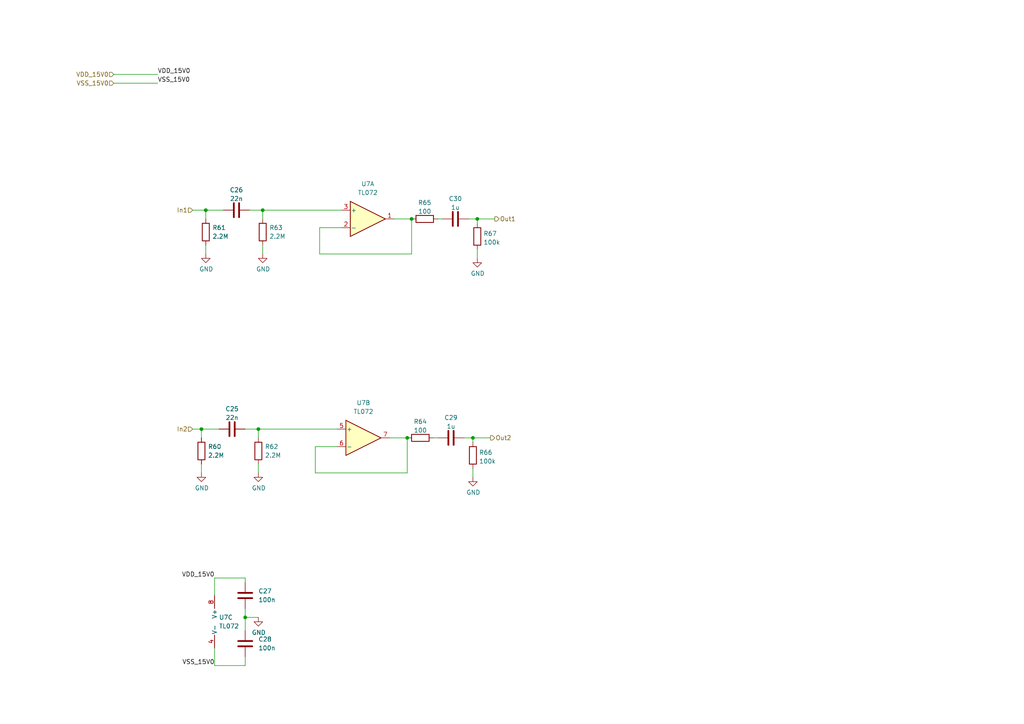
<source format=kicad_sch>
(kicad_sch (version 20211123) (generator eeschema)
  (paper "A4")
  (lib_symbols
    (symbol "Amplifier_Operational:TL072" (pin_names (offset 0.127))
      (property "Reference" "U" (at 0 5.08 0))
      (property "Value" "TL072" (at 0 -5.08 0))
      (symbol "TL072_1_1"
        (polyline (pts (xy -5.08 5.08) (xy 5.08 0) (xy -5.08 -5.08) (xy -5.08 5.08)) (stroke (width 0.254)) (fill (type background)))
        (pin output line (at 7.62 0 180) (length 2.54) (name "~") (number "1"))
        (pin input line (at -7.62 -2.54 0) (length 2.54) (name "-") (number "2"))
        (pin input line (at -7.62 2.54 0) (length 2.54) (name "+") (number "3"))
      )
      (symbol "TL072_2_1"
        (polyline (pts (xy -5.08 5.08) (xy 5.08 0) (xy -5.08 -5.08) (xy -5.08 5.08)) (stroke (width 0.254)) (fill (type background)))
        (pin input line (at -7.62 2.54 0) (length 2.54) (name "+") (number "5"))
        (pin input line (at -7.62 -2.54 0) (length 2.54) (name "-") (number "6"))
        (pin output line (at 7.62 0 180) (length 2.54) (name "~") (number "7"))
      )
      (symbol "TL072_3_1"
        (pin power_in line (at -2.54 -7.62 90) (length 3.81) (name "V-") (number "4"))
        (pin power_in line (at -2.54 7.62 270) (length 3.81) (name "V+") (number "8"))
      )
    )
    (symbol "Device:C" (pin_numbers hide) (pin_names (offset 0.254))
      (property "Reference" "C" (at 0.635 2.54 0))
      (property "Value" "C" (at 0.635 -2.54 0))
      (symbol "C_0_1"
        (polyline (pts (xy -2.032 -0.762) (xy 2.032 -0.762)) (stroke (width 0.508)))
        (polyline (pts (xy -2.032 0.762) (xy 2.032 0.762)) (stroke (width 0.508)))
      )
      (symbol "C_1_1"
        (pin passive line (at 0 3.81 270) (length 2.794) (name "~") (number "1"))
        (pin passive line (at 0 -3.81 90) (length 2.794) (name "~") (number "2"))
      )
    )
    (symbol "Device:R" (pin_numbers hide) (pin_names (offset 0))
      (property "Reference" "R" (at 2.032 0 90))
      (property "Value" "R" (at 0 0 90))
      (symbol "R_0_1"
        (rectangle (start -1.016 -2.54) (end 1.016 2.54) (stroke (width 0.254)))
      )
      (symbol "R_1_1"
        (pin passive line (at 0 3.81 270) (length 1.27) (name "~") (number "1"))
        (pin passive line (at 0 -3.81 90) (length 1.27) (name "~") (number "2"))
      )
    )
    (symbol "power:GND" (power) (pin_names (offset 0))
      (property "Value" "GND" (at 0 -3.81 0))
      (symbol "GND_0_1"
        (polyline (pts (xy 0 0) (xy 0 -1.27) (xy 1.27 -1.27) (xy 0 -2.54) (xy -1.27 -1.27) (xy 0 -1.27)))
      )
      (symbol "GND_1_1"
        (pin power_in line (at 0 0 270) (length 0) hide (name "GND") (number "1"))
      )
    )
  )
  (junction (at 58.42 124.46))
  (junction (at 118.11 127))
  (junction (at 119.38 63.5))
  (junction (at 76.2 60.96))
  (junction (at 74.93 124.46))
  (junction (at 71.12 179.07))
  (junction (at 59.69 60.96))
  (junction (at 137.16 127))
  (junction (at 138.43 63.5))
  (wire (pts (xy 125.73 127) (xy 127 127)))
  (wire (pts (xy 74.93 134.62) (xy 74.93 137.16)))
  (wire (pts (xy 138.43 63.5) (xy 143.51 63.5)))
  (wire (pts (xy 62.23 187.96) (xy 62.23 193.04)))
  (wire (pts (xy 59.69 60.96) (xy 64.77 60.96)))
  (wire (pts (xy 59.69 71.12) (xy 59.69 73.66)))
  (wire (pts (xy 58.42 124.46) (xy 58.42 127)))
  (wire (pts (xy 71.12 176.53) (xy 71.12 179.07)))
  (wire (pts (xy 119.38 63.5) (xy 114.3 63.5)))
  (wire (pts (xy 62.23 167.64) (xy 71.12 167.64)))
  (wire (pts (xy 92.71 73.66) (xy 119.38 73.66)))
  (wire (pts (xy 127 63.5) (xy 128.27 63.5)))
  (wire (pts (xy 118.11 127) (xy 113.03 127)))
  (wire (pts (xy 76.2 60.96) (xy 76.2 63.5)))
  (wire (pts (xy 137.16 127) (xy 137.16 128.27)))
  (wire (pts (xy 137.16 127) (xy 142.24 127)))
  (wire (pts (xy 74.93 124.46) (xy 74.93 127)))
  (wire (pts (xy 91.44 129.54) (xy 91.44 137.16)))
  (wire (pts (xy 134.62 127) (xy 137.16 127)))
  (wire (pts (xy 135.89 63.5) (xy 138.43 63.5)))
  (wire (pts (xy 33.02 21.59) (xy 45.72 21.59)))
  (wire (pts (xy 137.16 135.89) (xy 137.16 138.43)))
  (wire (pts (xy 76.2 60.96) (xy 99.06 60.96)))
  (wire (pts (xy 71.12 190.5) (xy 71.12 193.04)))
  (wire (pts (xy 55.88 60.96) (xy 59.69 60.96)))
  (wire (pts (xy 91.44 137.16) (xy 118.11 137.16)))
  (wire (pts (xy 74.93 179.07) (xy 71.12 179.07)))
  (wire (pts (xy 92.71 66.04) (xy 92.71 73.66)))
  (wire (pts (xy 99.06 66.04) (xy 92.71 66.04)))
  (wire (pts (xy 72.39 60.96) (xy 76.2 60.96)))
  (wire (pts (xy 62.23 172.72) (xy 62.23 167.64)))
  (wire (pts (xy 59.69 60.96) (xy 59.69 63.5)))
  (wire (pts (xy 33.02 24.13) (xy 45.72 24.13)))
  (wire (pts (xy 62.23 193.04) (xy 71.12 193.04)))
  (wire (pts (xy 119.38 73.66) (xy 119.38 63.5)))
  (wire (pts (xy 97.79 129.54) (xy 91.44 129.54)))
  (wire (pts (xy 76.2 71.12) (xy 76.2 73.66)))
  (wire (pts (xy 138.43 63.5) (xy 138.43 64.77)))
  (wire (pts (xy 71.12 167.64) (xy 71.12 168.91)))
  (wire (pts (xy 71.12 124.46) (xy 74.93 124.46)))
  (wire (pts (xy 118.11 137.16) (xy 118.11 127)))
  (wire (pts (xy 138.43 72.39) (xy 138.43 74.93)))
  (wire (pts (xy 55.88 124.46) (xy 58.42 124.46)))
  (wire (pts (xy 74.93 124.46) (xy 97.79 124.46)))
  (wire (pts (xy 58.42 124.46) (xy 63.5 124.46)))
  (wire (pts (xy 58.42 134.62) (xy 58.42 137.16)))
  (wire (pts (xy 71.12 179.07) (xy 71.12 182.88)))
  (label "VSS_15V0" (at 62.23 193.04 180))
  (label "VSS_15V0" (at 45.72 24.13 0))
  (label "VDD_15V0" (at 62.23 167.64 180))
  (label "VDD_15V0" (at 45.72 21.59 0))
  (hierarchical_label "In1" (shape input) (at 55.88 60.96 180))
  (hierarchical_label "VDD_15V0" (shape input) (at 33.02 21.59 180))
  (hierarchical_label "Out1" (shape output) (at 143.51 63.5 0))
  (hierarchical_label "Out2" (shape output) (at 142.24 127 0))
  (hierarchical_label "VSS_15V0" (shape input) (at 33.02 24.13 180))
  (hierarchical_label "In2" (shape input) (at 55.88 124.46 180))
  (symbol (lib_id "Device:C") (at 132.08 63.5 90) (unit 1)
    (property "Reference" "C30" (at 132.08 57.6412 90))
    (property "Value" "1u" (at 132.08 60.1781 90))
    (property "Footprint" "Capacitor_SMD:C_1206_3216Metric_Pad1.33x1.80mm_HandSolder" (effects hide))
  )
  (symbol (lib_id "power:GND") (at 58.42 137.16 0) (unit 1)
    (property "Reference" "#PWR072" (effects hide))
    (property "Value" "GND" (at 58.547 141.5542 0))
  )
  (symbol (lib_id "Device:C") (at 71.12 172.72 180) (unit 1)
    (property "Reference" "C27" (at 74.93 171.4499 0) (effects (justify right)))
    (property "Value" "100n" (at 74.93 173.9899 0) (effects (justify right)))
    (property "Footprint" "Capacitor_SMD:C_1206_3216Metric_Pad1.33x1.80mm_HandSolder" (effects hide))
  )
  (symbol (lib_id "Amplifier_Operational:TL072") (at 105.41 127 0) (unit 2)
    (property "Reference" "U7" (at 105.41 116.84 0))
    (property "Value" "TL072" (at 105.41 119.38 0))
    (property "Footprint" "Package_SO:SOIC-8_3.9x4.9mm_P1.27mm" (effects hide))
    (property "Datasheet" "http://www.ti.com/lit/ds/symlink/tl071.pdf" (effects hide))
  )
  (symbol (lib_id "Device:C") (at 130.81 127 90) (unit 1)
    (property "Reference" "C29" (at 130.81 121.1412 90))
    (property "Value" "1u" (at 130.81 123.6781 90))
    (property "Footprint" "Capacitor_SMD:C_1206_3216Metric_Pad1.33x1.80mm_HandSolder" (effects hide))
  )
  (symbol (lib_id "Device:R") (at 121.92 127 90) (unit 1)
    (property "Reference" "R64" (at 121.92 122.2842 90))
    (property "Value" "100" (at 121.92 124.8211 90))
    (property "Footprint" "Resistor_SMD:R_0805_2012Metric_Pad1.20x1.40mm_HandSolder" (effects hide))
  )
  (symbol (lib_id "Device:R") (at 138.43 68.58 0) (unit 1)
    (property "Reference" "R67" (at 140.208 67.7453 0) (effects (justify left)))
    (property "Value" "100k" (at 140.208 70.2822 0) (effects (justify left)))
    (property "Footprint" "Resistor_SMD:R_0805_2012Metric_Pad1.20x1.40mm_HandSolder" (effects hide))
  )
  (symbol (lib_id "power:GND") (at 76.2 73.66 0) (unit 1)
    (property "Reference" "#PWR076" (effects hide))
    (property "Value" "GND" (at 76.327 78.0542 0))
  )
  (symbol (lib_id "power:GND") (at 138.43 74.93 0) (unit 1)
    (property "Reference" "#PWR078" (effects hide))
    (property "Value" "GND" (at 138.557 79.3242 0))
  )
  (symbol (lib_id "Amplifier_Operational:TL072") (at 106.68 63.5 0) (unit 1)
    (property "Reference" "U7" (at 106.68 53.34 0))
    (property "Value" "TL072" (at 106.68 55.88 0))
    (property "Footprint" "Package_SO:SOIC-8_3.9x4.9mm_P1.27mm" (effects hide))
    (property "Datasheet" "http://www.ti.com/lit/ds/symlink/tl071.pdf" (effects hide))
  )
  (symbol (lib_id "Device:C") (at 67.31 124.46 90) (unit 1)
    (property "Reference" "C25" (at 67.31 118.6012 90))
    (property "Value" "22n" (at 67.31 121.1381 90))
    (property "Footprint" "Capacitor_SMD:C_1206_3216Metric_Pad1.33x1.80mm_HandSolder" (effects hide))
  )
  (symbol (lib_id "Device:R") (at 76.2 67.31 0) (unit 1)
    (property "Reference" "R63" (at 78.105 66.0399 0) (effects (justify left)))
    (property "Value" "2.2M" (at 78.105 68.5799 0) (effects (justify left)))
    (property "Footprint" "Resistor_SMD:R_0805_2012Metric_Pad1.20x1.40mm_HandSolder" (effects hide))
  )
  (symbol (lib_id "Device:C") (at 71.12 186.69 180) (unit 1)
    (property "Reference" "C28" (at 74.93 185.4199 0) (effects (justify right)))
    (property "Value" "100n" (at 74.93 187.9599 0) (effects (justify right)))
    (property "Footprint" "Capacitor_SMD:C_1206_3216Metric_Pad1.33x1.80mm_HandSolder" (effects hide))
  )
  (symbol (lib_id "power:GND") (at 74.93 137.16 0) (unit 1)
    (property "Reference" "#PWR074" (effects hide))
    (property "Value" "GND" (at 75.057 141.5542 0))
  )
  (symbol (lib_id "Amplifier_Operational:TL072") (at 64.77 180.34 0) (unit 3)
    (property "Reference" "U7" (at 63.5 179.0699 0) (effects (justify left)))
    (property "Value" "TL072" (at 63.5 181.6099 0) (effects (justify left)))
    (property "Footprint" "Package_SO:SOIC-8_3.9x4.9mm_P1.27mm" (effects hide))
    (property "Datasheet" "http://www.ti.com/lit/ds/symlink/tl071.pdf" (effects hide))
  )
  (symbol (lib_id "Device:R") (at 137.16 132.08 0) (unit 1)
    (property "Reference" "R66" (at 138.938 131.2453 0) (effects (justify left)))
    (property "Value" "100k" (at 138.938 133.7822 0) (effects (justify left)))
    (property "Footprint" "Resistor_SMD:R_0805_2012Metric_Pad1.20x1.40mm_HandSolder" (effects hide))
  )
  (symbol (lib_id "Device:R") (at 74.93 130.81 0) (unit 1)
    (property "Reference" "R62" (at 76.835 129.5399 0) (effects (justify left)))
    (property "Value" "2.2M" (at 76.835 132.0799 0) (effects (justify left)))
    (property "Footprint" "Resistor_SMD:R_0805_2012Metric_Pad1.20x1.40mm_HandSolder" (effects hide))
  )
  (symbol (lib_id "Device:R") (at 58.42 130.81 0) (unit 1)
    (property "Reference" "R60" (at 60.325 129.5399 0) (effects (justify left)))
    (property "Value" "2.2M" (at 60.325 132.0799 0) (effects (justify left)))
    (property "Footprint" "Resistor_SMD:R_0805_2012Metric_Pad1.20x1.40mm_HandSolder" (effects hide))
  )
  (symbol (lib_id "power:GND") (at 59.69 73.66 0) (unit 1)
    (property "Reference" "#PWR073" (effects hide))
    (property "Value" "GND" (at 59.817 78.0542 0))
  )
  (symbol (lib_id "Device:R") (at 123.19 63.5 90) (unit 1)
    (property "Reference" "R65" (at 123.19 58.7842 90))
    (property "Value" "100" (at 123.19 61.3211 90))
    (property "Footprint" "Resistor_SMD:R_0805_2012Metric_Pad1.20x1.40mm_HandSolder" (effects hide))
  )
  (symbol (lib_id "Device:C") (at 68.58 60.96 90) (unit 1)
    (property "Reference" "C26" (at 68.58 55.1012 90))
    (property "Value" "22n" (at 68.58 57.6381 90))
    (property "Footprint" "Capacitor_SMD:C_1206_3216Metric_Pad1.33x1.80mm_HandSolder" (effects hide))
  )
  (symbol (lib_id "Device:R") (at 59.69 67.31 0) (unit 1)
    (property "Reference" "R61" (at 61.595 66.0399 0) (effects (justify left)))
    (property "Value" "2.2M" (at 61.595 68.5799 0) (effects (justify left)))
    (property "Footprint" "Resistor_SMD:R_0805_2012Metric_Pad1.20x1.40mm_HandSolder" (effects hide))
  )
  (symbol (lib_id "power:GND") (at 137.16 138.43 0) (unit 1)
    (property "Reference" "#PWR077" (effects hide))
    (property "Value" "GND" (at 137.287 142.8242 0))
  )
  (symbol (lib_id "power:GND") (at 74.93 179.07 0) (unit 1)
    (property "Reference" "#PWR075" (effects hide))
    (property "Value" "GND" (at 75.057 183.4642 0))
  )
)
</source>
